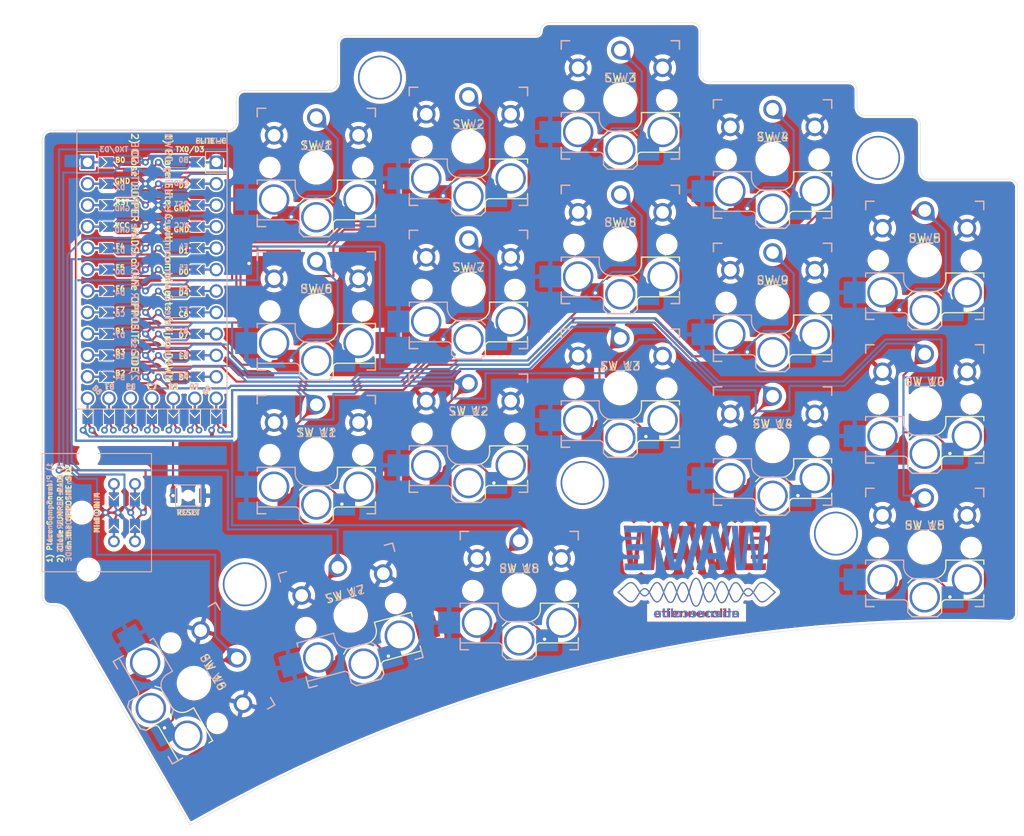
<source format=kicad_pcb>
(kicad_pcb (version 20221018) (generator pcbnew)
  (title_block (title "Wave") (date "2023-09-06") (rev "0.0.1"))
  (layers (0 "F.Cu" signal) (31 "B.Cu" signal) (34 "B.Paste" user) (35 "F.Paste" user) (36 "B.SilkS" user "B.Silkscreen") (37 "F.SilkS" user "F.Silkscreen") (38 "B.Mask" user) (39 "F.Mask" user) (44 "Edge.Cuts" user))
  (net 0 "")
  (net 1 "vcc")
  (net 2 "gnd")
  (net 3 "reset")
  (net 4 "Switch5")
  (net 5 "Switch4")
  (net 6 "Switch3")
  (net 7 "Switch2")
  (net 8 "Switch1")
  (net 9 "Switch9")
  (net 10 "Switch8")
  (net 11 "Switch7")
  (net 12 "Switch6")
  (net 13 "Switch17")
  (net 14 "Switch18")
  (net 15 "Switch11")
  (net 16 "Switch12")
  (net 17 "Switch13")
  (net 18 "Switch14")
  (net 19 "Switch15")
  (net 20 "Switch10")
  (net 23 "Switch16")
  (net 27 "data")
  (footprint "custom:Kailh_socket_PG1350_1.00u_optional_millmax_reversible" (layer "F.Cu") (at 63.472 73.6448 180)
    (fp_text reference "SW_11")
    (fp_text value "SW_Push")
  )
  (footprint "custom:Kailh_socket_PG1350_1.00u_optional_millmax_reversible" (layer "F.Cu") (at 81.486 54.0868 180)
    (fp_text reference "SW_7")
    (fp_text value "SW_Push")
  )
  (footprint "custom:Kailh_socket_PG1350_1.00u_optional_millmax_reversible" (layer "F.Cu") (at 99.474 65.7708 180)
    (fp_text reference "SW_13")
    (fp_text value "SW_Push")
  )
  (footprint "custom:Kailh_socket_PG1350_1.00u_optional_millmax_reversible" (layer "F.Cu") (at 117.5 72.6288 180)
    (fp_text reference "SW_14")
    (fp_text value "SW_Push")
  )
  (footprint "custom:Kailh_socket_PG1350_1.00u_optional_millmax_reversible" (layer "F.Cu") (at 63.472 39.6368 180)
    (fp_text reference "SW_1")
    (fp_text value "SW_Push")
  )
  (footprint "custom:Kailh_socket_PG1350_1.00u_optional_millmax_reversible" (layer "F.Cu") (at 81.486 37.1368 180)
    (fp_text reference "SW_2")
    (fp_text value "SW_Push")
  )
  (footprint "custom:Kailh_socket_PG1350_1.00u_optional_millmax_reversible" (layer "F.Cu") (at 135.518 50.6368 180)
    (fp_text reference "SW_5")
    (fp_text value "SW_Push")
  )
  (footprint "custom:Kailh_socket_PG1350_1.00u_optional_millmax_reversible" (layer "F.Cu") (at 81.486 71.1048 180)
    (fp_text reference "SW_12")
    (fp_text value "SW_Push")
  )
  (footprint "custom:Kailh_socket_PG1350_1.00u_optional_millmax_reversible" (layer "F.Cu") (at 99.474 31.6368 180)
    (fp_text reference "SW_3")
    (fp_text value "SW_Push")
  )
  (footprint "custom:Kailh_socket_PG1350_1.00u_optional_millmax_reversible" (layer "F.Cu") (at 135.518 84.6368 180)
    (fp_text reference "SW_15")
    (fp_text value "SW_Push")
  )
  (footprint "custom:Kailh_socket_PG1350_1.00u_optional_millmax_reversible" (layer "F.Cu") (at 63.472 56.6268 180)
    (fp_text reference "SW_6")
    (fp_text value "SW_Push")
  )
  (footprint "custom:Kailh_socket_PG1350_1.00u_optional_millmax_reversible" (layer "F.Cu") (at 117.5 38.6368 180)
    (fp_text reference "SW_4")
    (fp_text value "SW_Push")
  )
  (footprint "custom:Kailh_socket_PG1350_1.00u_optional_millmax_reversible" (layer "F.Cu") (at 117.5 55.6108 180)
    (fp_text reference "SW_9")
    (fp_text value "SW_Push")
  )
  (footprint "custom:Kailh_socket_PG1350_1.00u_optional_millmax_reversible" (layer "F.Cu") (at 67.547961 92.698962 -165)
    (fp_text reference "SW_17")
    (fp_text value "SW_Push")
  )
  (footprint "custom:Kailh_socket_PG1350_1.00u_optional_millmax_reversible" (layer "F.Cu") (at 99.474 48.7528 180)
    (fp_text reference "SW_8")
    (fp_text value "SW_Push")
  )
  (footprint "custom:Kailh_socket_PG1350_1.50u_optional_millmax_reversible" (layer "F.Cu") (at 48.987961 100.709962 120)
    (fp_text reference "SW_16")
    (fp_text value "SW_Push")
  )
  (footprint "custom:Kailh_socket_PG1350_1.00u_optional_millmax_reversible" (layer "F.Cu") (at 135.518 67.6368 180)
    (fp_text reference "SW_10")
    (fp_text value "SW_Push")
  )
  (footprint "custom:Würth_Elektronik_970060244_M2_spacer_hole_pad" (layer "F.Cu") (at 125 83)
    (fp_text reference "H_3")
    (fp_text value "Hole")
  )
  (footprint "custom:AdamTech_MDJ-004-FS_reversible" (layer "F.Cu") (at 36.5 80.516 90)
    (fp_text reference "J_1" hide)
    (fp_text value "MiniDIN4")
  )
  (footprint "custom:Kailh_socket_PG1350_1.00u_optional_millmax_reversible" (layer "F.Cu") (at 87.5 89.739711 180)
    (fp_text reference "SW_18")
    (fp_text value "SW_Push")
  )
  (footprint "custom:Würth_Elektronik_970060244_M2_spacer_hole_pad" (layer "F.Cu") (at 55 89)
    (fp_text reference "H_1")
    (fp_text value "Hole")
  )
  (footprint "custom:Würth_Elektronik_970060244_M2_spacer_hole_pad" (layer "F.Cu") (at 95 77)
    (fp_text reference "H_2")
    (fp_text value "Hole")
  )
  (footprint "custom:logo_username" (layer "F.Cu") (at 108.5 92.5)
    (fp_text reference "name" hide)
    (fp_text value "logo_username" hide)
  )
  (footprint "custom:Elite-C-upsideDown_reversible" (layer "F.Cu") (at 44 53 -90)
    (fp_text reference "U_1" hide)
    (fp_text value "Elite-C")
  )
  (footprint "custom:logo_wave" (layer "F.Cu") (at 108.5 87.5)
    (fp_text reference "LOGO***" hide)
    (fp_text value "logo_wave_back" hide)
  )
  (footprint "custom:Würth_Elektronik_970060244_M2_spacer_hole_pad" (layer "F.Cu") (at 130 38.5)
    (fp_text reference "H_5")
    (fp_text value "Hole")
  )
  (footprint "custom:Omron_B3U-1000P-B_reversible" (layer "F.Cu") (at 48.3 78.5 180)
    (fp_text reference "RSW_1" hide)
    (fp_text value "SW_Push")
  )
  (footprint "custom:Würth_Elektronik_970060244_M2_spacer_hole_pad" (layer "F.Cu") (at 71 29)
    (fp_text reference "H_4")
    (fp_text value "Hole")
  )
  (gr_arc (start 90 23.5) (mid 89.853553 23.853553) (end 89.5 24) (stroke (width 0.05)) (layer "Edge.Cuts"))
  (gr_arc (start 145.5 41) (mid 146.207107 41.292893) (end 146.5 42) (stroke (width 0.05)) (layer "Edge.Cuts"))
  (gr_arc (start 32.5 91.5) (mid 33.28 91.69) (end 33.9 92.2) (stroke (width 0.05)) (layer "Edge.Cuts"))
  (gr_line (start 32 35.22) (end 53 35.22) (stroke (width 0.05)) (layer "Edge.Cuts"))
  (gr_line (start 91 22.5) (end 108 22.5) (stroke (width 0.05)) (layer "Edge.Cuts"))
  (gr_line (start 136 41) (end 145.5 41) (stroke (width 0.05)) (layer "Edge.Cuts"))
  (gr_line (start 67 24) (end 89.5 24) (stroke (width 0.05)) (layer "Edge.Cuts"))
  (gr_arc (start 48.5 117.5) (mid 95.337204 98.779534) (end 145.5 93.5) (stroke (width 0.05)) (layer "Edge.Cuts"))
  (gr_line (start 127.5 32.5) (end 127.5 30.5) (stroke (width 0.05)) (layer "Edge.Cuts"))
  (gr_arc (start 90 23.5) (mid 90.292893 22.792893) (end 91 22.5) (stroke (width 0.05)) (layer "Edge.Cuts"))
  (gr_arc (start 32 91.5) (mid 31.292893 91.207107) (end 31 90.5) (stroke (width 0.05)) (layer "Edge.Cuts"))
  (gr_line (start 66 29.5) (end 66 25) (stroke (width 0.05)) (layer "Edge.Cuts"))
  (gr_arc (start 66 25) (mid 66.292893 24.292893) (end 67 24) (stroke (width 0.05)) (layer "Edge.Cuts"))
  (gr_line (start 146.5 42) (end 146.5 92.5) (stroke (width 0.05)) (layer "Edge.Cuts"))
  (gr_arc (start 128.5 33.5) (mid 127.792893 33.207107) (end 127.5 32.5) (stroke (width 0.05)) (layer "Edge.Cuts"))
  (gr_line (start 54 31.5) (end 54 34.22) (stroke (width 0.05)) (layer "Edge.Cuts"))
  (gr_arc (start 146.5 92.5) (mid 146.207107 93.207107) (end 145.5 93.5) (stroke (width 0.05)) (layer "Edge.Cuts"))
  (gr_arc (start 110 29.5) (mid 109.292893 29.207107) (end 109 28.5) (stroke (width 0.05)) (layer "Edge.Cuts"))
  (gr_line (start 32 91.5) (end 32.5 91.5) (stroke (width 0.05)) (layer "Edge.Cuts"))
  (gr_line (start 134.999999 34.500001) (end 135 40) (stroke (width 0.05)) (layer "Edge.Cuts"))
  (gr_arc (start 126.5 29.5) (mid 127.207107 29.792893) (end 127.5 30.5) (stroke (width 0.05)) (layer "Edge.Cuts"))
  (gr_line (start 109 23.5) (end 109 28.5) (stroke (width 0.05)) (layer "Edge.Cuts"))
  (gr_line (start 55 30.5) (end 65 30.5) (stroke (width 0.05)) (layer "Edge.Cuts"))
  (gr_line (start 31 90.5) (end 31 36.22) (stroke (width 0.05)) (layer "Edge.Cuts"))
  (gr_arc (start 108 22.5) (mid 108.707107 22.792893) (end 109 23.5) (stroke (width 0.05)) (layer "Edge.Cuts"))
  (gr_arc (start 54 31.5) (mid 54.292893 30.792893) (end 55 30.5) (stroke (width 0.05)) (layer "Edge.Cuts"))
  (gr_line (start 128.499999 33.500001) (end 133.999999 33.500001) (stroke (width 0.05)) (layer "Edge.Cuts"))
  (gr_arc (start 66 29.5) (mid 65.707107 30.207107) (end 65 30.5) (stroke (width 0.05)) (layer "Edge.Cuts"))
  (gr_arc (start 133.999999 33.500001) (mid 134.707106 33.792894) (end 134.999999 34.500001) (stroke (width 0.05)) (layer "Edge.Cuts"))
  (gr_line (start 33.9 92.2) (end 48.5 117.5) (stroke (width 0.05)) (layer "Edge.Cuts"))
  (gr_arc (start 54 34.22) (mid 53.707107 34.927107) (end 53 35.22) (stroke (width 0.05)) (layer "Edge.Cuts"))
  (gr_arc (start 31 36.22) (mid 31.292893 35.512893) (end 32 35.22) (stroke (width 0.05)) (layer "Edge.Cuts"))
  (gr_arc (start 136 41) (mid 135.292893 40.707107) (end 135 40) (stroke (width 0.05)) (layer "Edge.Cuts"))
  (gr_line (start 110 29.5) (end 126.5 29.5) (stroke (width 0.05)) (layer "Edge.Cuts"))
  (segment (start 34 49.979009) (end 36.001009 47.978) (width 0.25) (layer "B.Cu") (net 1))
  (segment (start 41.91 47.978) (end 43.238 46.65) (width 0.25) (layer "B.Cu") (net 1))
  (segment (start 36.001009 47.978) (end 41.91 47.978) (width 0.25) (layer "B.Cu") (net 1))
  (segment (start 40.75 76) (end 35.363604 76) (width 0.25) (layer "B.Cu") (net 1))
  (segment (start 40.75 79.766) (end 40.75 76) (width 0.25) (layer "B.Cu") (net 1))
  (segment (start 41.5 80.516) (end 40.75 79.766) (width 0.25) (layer "B.Cu") (net 1))
  (segment (start 35.363604 76) (end 34 74.636396) (width 0.25) (layer "B.Cu") (net 1))
  (segment (start 34 74.636396) (end 34 49.979009) (width 0.25) (layer "B.Cu") (net 1))
  (segment (start 38.5 80.516) (end 40 80.516) (width 0.25) (layer "F.Cu") (net 2))
  (via (at 55.5 51) (size 0.8) (drill 0.4) (layers "F.Cu" "B.Cu") (net 2))
  (segment (start 48.6 45.4) (end 47.35 46.65) (width 0.25) (layer "B.Cu") (net 2))
  (segment (start 55.5 51) (end 55.5 46) (width 0.25) (layer "B.Cu") (net 2))
  (segment (start 55.5 46) (end 53 46) (width 0.25) (layer "B.Cu") (net 2))
  (segment (start 53 46) (end 53 45.4) (width 0.25) (layer "B.Cu") (net 2))
  (segment (start 47.258 44.11) (end 48.568 42.8) (width 0.25) (layer "B.Cu") (net 2))
  (segment (start 47.35 46.65) (end 44.762 46.65) (width 0.25) (layer "B.Cu") (net 2))
  (segment (start 48.568 42.8) (end 53 42.8) (width 0.25) (layer "B.Cu") (net 2))
  (segment (start 44.762 44.11) (end 47.258 44.11) (width 0.25) (layer "B.Cu") (net 2))
  (segment (start 53 42.8) (end 53 45.4) (width 0.25) (layer "B.Cu") (net 2))
  (segment (start 53 45.4) (end 48.6 45.4) (width 0.25) (layer "B.Cu") (net 2))
  (segment (start 42.113 42.985) (end 43.238 44.11) (width 0.25) (layer "F.Cu") (net 3))
  (segment (start 46.5 72) (end 35 72) (width 0.25) (layer "F.Cu") (net 3))
  (segment (start 46.5 78.5) (end 46.5 72) (width 0.25) (layer "F.Cu") (net 3))
  (segment (start 35 72) (end 35 43) (width 0.25) (layer "F.Cu") (net 3))
  (segment (start 35 43) (end 35.015 42.985) (width 0.25) (layer "F.Cu") (net 3))
  (segment (start 35.015 42.985) (end 42.113 42.985) (width 0.25) (layer "F.Cu") (net 3))
  (via (at 46.5 78.5) (size 0.8) (drill 0.4) (layers "F.Cu" "B.Cu") (net 3))
  (segment (start 54.5 49.5) (end 54.5 58) (width 0.25) (layer "F.Cu") (net 4))
  (segment (start 61.5 49.5) (end 54.5 49.5) (width 0.25) (layer "F.Cu") (net 4))
  (segment (start 75.636396 47.5) (end 66.909188 47.5) (width 0.25) (layer "F.Cu") (net 4))
  (segment (start 76.686396 46.45) (end 75.636396 47.5) (width 0.25) (layer "F.Cu") (net 4))
  (segment (start 54.5 58) (end 45.952 58) (width 0.25) (layer "F.Cu") (net 4))
  (segment (start 135.2548 45) (end 123 45) (width 0.25) (layer "F.Cu") (net 4))
  (segment (start 45.952 58) (end 44.762 56.81) (width 0.25) (layer "F.Cu") (net 4))
  (segment (start 65.5 52.5) (end 61.5 52.5) (width 0.25) (layer "F.Cu") (net 4))
  (segment (start 123 45) (end 121 47) (width 0.25) (layer "F.Cu") (net 4))
  (segment (start 66.909188 47.5) (end 65.5 48.909188) (width 0.25) (layer "F.Cu") (net 4))
  (segment (start 94.245592 41) (end 88.795592 46.45) (width 0.25) (layer "F.Cu") (net 4))
  (segment (start 103.863604 41) (end 94.245592 41) (width 0.25) (layer "F.Cu") (net 4))
  (segment (start 61.5 52.5) (end 61.5 49.5) (width 0.25) (layer "F.Cu") (net 4))
  (segment (start 65.5 48.909188) (end 65.5 52.5) (width 0.25) (layer "F.Cu") (net 4))
  (segment (start 109.863604 47) (end 103.863604 41) (width 0.25) (layer "F.Cu") (net 4))
  (segment (start 121 47) (end 109.863604 47) (width 0.25) (layer "F.Cu") (net 4))
  (segment (start 88.795592 46.45) (end 76.686396 46.45) (width 0.25) (layer "F.Cu") (net 4))
  (via (at 132.5 56.5) (size 0.8) (drill 0.4) (layers "F.Cu" "B.Cu") (net 4))
  (segment (start 132.5 56.5) (end 132.5 56) (width 0.25) (layer "B.Cu") (net 4))
  (segment (start 138 55.7938) (end 138 47.2188) (width 0.25) (layer "B.Cu") (net 4))
  (segment (start 134.5 54) (end 138 54) (width 0.25) (layer "B.Cu") (net 4))
  (segment (start 132.5 56) (end 134.5 54) (width 0.25) (layer "B.Cu") (net 4))
  (segment (start 138 47.2188) (end 135.518 44.7368) (width 0.25) (layer "B.Cu") (net 4))
  (segment (start 108.5 45) (end 104 40.5) (width 0.25) (layer "F.Cu") (net 5))
  (segment (start 66.772792 47) (end 64.772792 49) (width 0.25) (layer "F.Cu") (net 5))
  (segment (start 54 49) (end 54 55.5) (width 0.25) (layer "F.Cu") (net 5))
  (segment (start 114 45) (end 108.5 45) (width 0.25) (layer "F.Cu") (net 5))
  (segment (start 88.609196 46) (end 76.5 46) (width 0.25) (layer "F.Cu") (net 5))
  (segment (start 54 55.5) (end 45.992 55.5) (width 0.25) (layer "F.Cu") (net 5))
  (segment (start 94.109196 40.5) (end 88.609196 46) (width 0.25) (layer "F.Cu") (net 5))
  (segment (start 104 40.5) (end 94.109196 40.5) (width 0.25) (layer "F.Cu") (net 5))
  (segment (start 75.5 47) (end 66.772792 47) (width 0.25) (layer "F.Cu") (net 5))
  (segment (start 45.992 55.5) (end 44.762 54.27) (width 0.25) (layer "F.Cu") (net 5))
  (segment (start 64.772792 49) (end 54 49) (width 0.25) (layer "F.Cu") (net 5))
  (segment (start 76.5 46) (end 75.5 47) (width 0.25) (layer "F.Cu") (net 5))
  (via (at 114.5 44.5) (size 0.8) (drill 0.4) (layers "F.Cu" "B.Cu") (net 5))
  (segment (start 116.5 42) (end 120 42) (width 0.25) (layer "B.Cu") (net 5))
  (segment (start 114.5 44.5) (end 114.5 44) (width 0.25) (layer "B.Cu") (net 5))
  (segment (start 120 35.2368) (end 117.5 32.7368) (width 0.25) (layer "B.Cu") (net 5))
  (segment (start 120 42) (end 120 35.2368) (width 0.25) (layer "B.Cu") (net 5))
  (segment (start 114.5 44) (end 116.5 42) (width 0.25) (layer "B.Cu") (net 5))
  (segment (start 120 43.8118) (end 120 42) (width 0.25) (layer "B.Cu") (net 5))
  (segment (start 76.359196 45.5) (end 75.359196 46.5) (width 0.25) (layer "F.Cu") (net 6))
  (segment (start 64.636396 48.5) (end 53.5 48.5) (width 0.25) (layer "F.Cu") (net 6))
  (segment (start 75.359196 46.5) (end 66.636396 46.5) (width 0.25) (layer "F.Cu") (net 6))
  (segment (start 66.636396 46.5) (end 64.636396 48.5) (width 0.25) (layer "F.Cu") (net 6))
  (segment (start 88.4728 45.5) (end 76.359196 45.5) (width 0.25) (layer "F.Cu") (net 6))
  (segment (start 96.174 37.7988) (end 88.4728 45.5) (width 0.25) (layer "F.Cu") (net 6))
  (segment (start 46.032 53) (end 53.5 53) (width 0.25) (layer "F.Cu") (net 6))
  (segment (start 44.762 51.73) (end 46.032 53) (width 0.25) (layer "F.Cu") (net 6))
  (segment (start 53.5 48.5) (end 53.5 53) (width 0.25) (layer "F.Cu") (net 6))
  (via (at 96.5 37.5) (size 0.8) (drill 0.4) (layers "F.Cu" "B.Cu") (net 6))
  (segment (start 102 28.2628) (end 102 36.8378) (width 0.25) (layer "B.Cu") (net 6))
  (segment (start 96.5 37) (end 98.5 35) (width 0.25) (layer "B.Cu") (net 6))
  (segment (start 99.474 25.7368) (end 102 28.2628) (width 0.25) (layer "B.Cu") (net 6))
  (segment (start 98.5 35) (end 102 35) (width 0.25) (layer "B.Cu") (net 6))
  (segment (start 96.5 37.5) (end 96.5 37) (width 0.25) (layer "B.Cu") (net 6))
  (segment (start 64.5 48) (end 66.5 46) (width 0.25) (layer "F.Cu") (net 7))
  (segment (start 66.5 46) (end 75.2228 46) (width 0.25) (layer "F.Cu") (net 7))
  (segment (start 44.762 49.19) (end 46.072 50.5) (width 0.25) (layer "F.Cu") (net 7))
  (segment (start 53 48) (end 64.5 48) (width 0.25) (layer "F.Cu") (net 7))
  (segment (start 75.2228 46) (end 78.186 43.0368) (width 0.25) (layer "F.Cu") (net 7))
  (segment (start 46.072 50.5) (end 53 50.5) (width 0.25) (layer "F.Cu") (net 7))
  (segment (start 53 50.5) (end 53 48) (width 0.25) (layer "F.Cu") (net 7))
  (via (at 78.5 43) (size 0.8) (drill 0.4) (layers "F.Cu" "B.Cu") (net 7))
  (segment (start 80.5 40.5) (end 84 40.5) (width 0.25) (layer "B.Cu") (net 7))
  (segment (start 81.486 31.2368) (end 84 33.7508) (width 0.25) (layer "B.Cu") (net 7))
  (segment (start 78.5 43) (end 78.5 42.5) (width 0.25) (layer "B.Cu") (net 7))
  (segment (start 84 33.7508) (end 84 40.5) (width 0.25) (layer "B.Cu") (net 7))
  (segment (start 78.5 42.5) (end 80.5 40.5) (width 0.25) (layer "B.Cu") (net 7))
  (segment (start 84 40.5) (end 84 42.3258) (width 0.25) (layer "B.Cu") (net 7))
  (segment (start 45.982 40.25) (end 53 40.25) (width 0.25) (layer "F.Cu") (net 8))
  (segment (start 44.762 39.03) (end 45.982 40.25) (width 0.25) (layer "F.Cu") (net 8))
  (segment (start 53 40.25) (end 53 46) (width 0.25) (layer "F.Cu") (net 8))
  (segment (start 53 46) (end 60 46) (width 0.25) (layer "F.Cu") (net 8))
  (via (at 60.5 45.5) (size 0.8) (drill 0.4) (layers "F.Cu" "B.Cu") (net 8))
  (segment (start 66 36.2648) (end 66 43) (width 0.25) (layer "B.Cu") (net 8))
  (segment (start 66 43) (end 66 44.8398) (width 0.25) (layer "B.Cu") (net 8))
  (segment (start 60.5 45) (end 62.5 43) (width 0.25) (layer "B.Cu") (net 8))
  (segment (start 60.5 45.5) (end 60.5 45) (width 0.25) (layer "B.Cu") (net 8))
  (segment (start 62.5 43) (end 66 43) (width 0.25) (layer "B.Cu") (net 8))
  (segment (start 63.472 33.7368) (end 66 36.2648) (width 0.25) (layer "B.Cu") (net 8))
  (segment (start 94.136396 57.5) (end 88.636396 63) (width 0.25) (layer "F.Cu") (net 9))
  (segment (start 76.772792 63) (end 73.772792 66) (width 0.25) (layer "F.Cu") (net 9))
  (segment (start 114 62) (end 108 62) (width 0.25) (layer "F.Cu") (net 9))
  (segment (start 88.636396 63) (end 76.772792 63) (width 0.25) (layer "F.Cu") (net 9))
  (segment (start 53.5 66) (end 53.5 71.5) (width 0.25) (layer "F.Cu") (net 9))
  (segment (start 51 71.5) (end 51 70.824) (width 0.25) (layer "F.Cu") (net 9))
  (segment (start 103.5 57.5) (end 94.136396 57.5) (width 0.25) (layer "F.Cu") (net 9))
  (segment (start 36.89 70.75) (end 37.64 71.5) (width 0.25) (layer "F.Cu") (net 9))
  (segment (start 37.64 71.5) (end 51 71.5) (width 0.25) (layer "F.Cu") (net 9))
  (segment (start 73.772792 66) (end 53.5 66) (width 0.25) (layer "F.Cu") (net 9))
  (segment (start 108 62) (end 103.5 57.5) (width 0.25) (layer "F.Cu") (net 9))
  (segment (start 53.5 71.5) (end 51 71.5) (width 0.25) (layer "F.Cu") (net 9))
  (via (at 114.5 61.5) (size 0.8) (drill 0.4) (layers "F.Cu" "B.Cu") (net 9))
  (segment (start 114.5 61.5) (end 114.5 61) (width 0.25) (layer "B.Cu") (net 9))
  (segment (start 116.5 59) (end 120 59) (width 0.25) (layer "B.Cu") (net 9))
  (segment (start 120 59) (end 120 52.2108) (width 0.25) (layer "B.Cu") (net 9))
  (segment (start 114.5 61) (end 116.5 59) (width 0.25) (layer "B.Cu") (net 9))
  (segment (start 120 60.7108) (end 120 59) (width 0.25) (layer "B.Cu") (net 9))
  (segment (start 120 52.2108) (end 117.5 49.7108) (width 0.25) (layer "B.Cu") (net 9))
  (segment (start 88.5 62.5) (end 76.636396 62.5) (width 0.25) (layer "F.Cu") (net 10))
  (segment (start 96.5 54.5) (end 88.5 62.5) (width 0.25) (layer "F.Cu") (net 10))
  (segment (start 76.636396 62.5) (end 73.636396 65.5) (width 0.25) (layer "F.Cu") (net 10))
  (segment (start 46.132 65.8) (end 44.762 64.43) (width 0.25) (layer "F.Cu") (net 10))
  (segment (start 53.363604 65.5) (end 53.063604 65.8) (width 0.25) (layer "F.Cu") (net 10))
  (segment (start 73.636396 65.5) (end 53.363604 65.5) (width 0.25) (layer "F.Cu") (net 10))
  (segment (start 53.063604 65.8) (end 46.132 65.8) (width 0.25) (layer "F.Cu") (net 10))
  (via (at 96.5 54.5) (size 0.8) (drill 0.4) (layers "F.Cu" "B.Cu") (net 10))
  (segment (start 102 52) (end 102 53.9538) (width 0.25) (layer "B.Cu") (net 10))
  (segment (start 96.5 54) (end 98.5 52) (width 0.25) (layer "B.Cu") (net 10))
  (segment (start 98.5 52) (end 102 52) (width 0.25) (layer "B.Cu") (net 10))
  (segment (start 102 45.3788) (end 102 52) (width 0.25) (layer "B.Cu") (net 10))
  (segment (start 96.5 54.5) (end 96.5 54) (width 0.25) (layer "B.Cu") (net 10))
  (segment (start 99.474 42.8528) (end 102 45.3788) (width 0.25) (layer "B.Cu") (net 10))
  (segment (start 73.5 65) (end 54.015496 65) (width 0.25) (layer "F.Cu") (net 11))
  (segment (start 52.233496 63.218) (end 46.09 63.218) (width 0.25) (layer "F.Cu") (net 11))
  (segment (start 54.015496 65) (end 52.233496 63.218) (width 0.25) (layer "F.Cu") (net 11))
  (segment (start 46.09 63.218) (end 44.762 61.89) (width 0.25) (layer "F.Cu") (net 11))
  (segment (start 78.5 60) (end 73.5 65) (width 0.25) (layer "F.Cu") (net 11))
  (via (at 78.5 60) (size 0.8) (drill 0.4) (layers "F.Cu" "B.Cu") (net 11))
  (segment (start 81.486 48.1868) (end 84 50.7008) (width 0.25) (layer "B.Cu") (net 11))
  (segment (start 78.5 60) (end 78.5 59.483798) (width 0.25) (layer "B.Cu") (net 11))
  (segment (start 80.483798 57.5) (end 84 57.5) (width 0.25) (layer "B.Cu") (net 11))
  (segment (start 84 57.5) (end 84 59.2758) (width 0.25) (layer "B.Cu") (net 11))
  (segment (start 78.5 59.483798) (end 80.483798 57.5) (width 0.25) (layer "B.Cu") (net 11))
  (segment (start 84 50.7008) (end 84 57.5) (width 0.25) (layer "B.Cu") (net 11))
  (segment (start 54.660495 63) (end 52.160495 60.5) (width 0.25) (layer "F.Cu") (net 12))
  (segment (start 52.160495 60.5) (end 45.912 60.5) (width 0.25) (layer "F.Cu") (net 12))
  (segment (start 45.912 60.5) (end 44.762 59.35) (width 0.25) (layer "F.Cu") (net 12))
  (segment (start 59.6988 63) (end 54.660495 63) (width 0.25) (layer "F.Cu") (net 12))
  (via (at 60.5 62.5) (size 0.8) (drill 0.4) (layers "F.Cu" "B.Cu") (net 12))
  (segment (start 60.5 62) (end 62.5 60) (width 0.25) (layer "B.Cu") (net 12))
  (segment (start 66 53.2548) (end 66 60) (width 0.25) (layer "B.Cu") (net 12))
  (segment (start 66 60) (end 66 61.8298) (width 0.25) (layer "B.Cu") (net 12))
  (segment (start 62.5 60) (end 66 60) (width 0.25) (layer "B.Cu") (net 12))
  (segment (start 60.5 62.5) (end 60.5 62) (width 0.25) (layer "B.Cu") (net 12))
  (segment (start 63.472 50.7268) (end 66 53.2548) (width 0.25) (layer "B.Cu") (net 12))
  (segment (start 65 94.055829) (end 65 88.020929) (width 0.25) (layer "F.Cu") (net 13))
  (segment (start 66.5 95.555829) (end 65 94.055829) (width 0.25) (layer "F.Cu") (net 13))
  (segment (start 72 97.5) (end 70.5 96) (width 0.25) (layer "F.Cu") (net 13))
  (segment (start 66.5 98.639465) (end 66.5 96) (width 0.25) (layer "F.Cu") (net 13))
  (segment (start 65 88.020929) (end 66.020929 87) (width 0.25) (layer "F.Cu") (net 13))
  (segment (start 70.5 96) (end 66.5 96) (width 0.25) (layer "F.Cu") (net 13))
  (segment (start 66.5 96) (end 66.5 95.555829) (width 0.25) (layer "F.Cu") (net 13))
  (via (at 72 97.5) (size 0.8) (drill 0.4) (layers "F.Cu" "B.Cu") (net 13))
  (segment (start 35.5 75.5) (end 34.5 74.5) (width 0.25) (layer "B.Cu") (net 13))
  (segment (start 34.5 50.5) (end 41.928 50.5) (width 0.25) (layer "B.Cu") (net 13))
  (segment (start 66 86.979071) (end 66 82.5) (width 0.25) (layer "B.Cu") (net 13))
  (segment (start 34.5 74.5) (end 34.5 50.5) (width 0.25) (layer "B.Cu") (net 13))
  (segment (start 53 75.5) (end 35.5 75.5) (width 0.25) (layer "B.Cu") (net 13))
  (segment (start 41.928 50.5) (end 43.238 49.19) (width 0.25) (layer "B.Cu") (net 13))
  (segment (start 53 82.5) (end 53 75.5) (width 0.25) (layer "B.Cu") (net 13))
  (segment (start 66 82.5) (end 53 82.5) (width 0.25) (layer "B.Cu") (net 13))
  (segment (start 90.5 95.5) (end 90.5 95) (width 0.25) (layer "F.Cu") (net 14))
  (segment (start 85 94.839711) (end 85 86.339711) (width 0.25) (layer "F.Cu") (net 14))
  (segment (start 90.5 95) (end 88.5 93) (width 0.25) (layer "F.Cu") (net 14))
  (segment (start 88.5 93) (end 85 93) (width 0.25) (layer "F.Cu") (net 14))
  (segment (start 85 86.339711) (end 87.5 83.839711) (width 0.25) (layer "F.Cu") (net 14))
  (via (at 90.5 95.5) (size 0.8) (drill 0.4) (layers "F.Cu" "B.Cu") (net 14))
  (segment (start 35 72) (end 35 53) (width 0.25) (layer "B.Cu") (net 14))
  (segment (start 53.5 72) (end 35 72) (width 0.25) (layer "B.Cu") (net 14))
  (segment (start 87.5 82) (end 53.5 82) (width 0.25) (layer "B.Cu") (net 14))
  (segment (start 41.968 53) (end 43.238 51.73) (width 0.25) (layer "B.Cu") (net 14))
  (segment (start 53.5 82) (end 53.5 72) (width 0.25) (layer "B.Cu") (net 14))
  (segment (start 87.5 83.839711) (end 87.5 82) (width 0.25) (layer "B.Cu") (net 14))
  (segment (start 35 53) (end 41.968 53) (width 0.25) (layer "B.Cu") (net 14))
  (segment (start 61 78.7168) (end 61 70.2168) (width 0.25) (layer "F.Cu") (net 15))
  (segment (start 66.5 79.5) (end 66.5 79) (width 0.25) (layer "F.Cu") (net 15))
  (segment (start 61 70.2168) (end 63.472 67.7448) (width 0.25) (layer "F.Cu") (net 15))
  (segment (start 64.5 77) (end 61 77) (width 0.25) (layer "F.Cu") (net 15))
  (segment (start 66.5 79) (end 64.5 77) (width 0.25) (layer "F.Cu") (net 15))
  (via (at 66.5 79.5) (size 0.8) (drill 0.4) (layers "F.Cu" "B.Cu") (net 15))
  (segment (start 43.238 64.43) (end 44.608 65.8) (width 0.25) (layer "B.Cu") (net 15))
  (segment (start 61.2272 65.5) (end 63.472 67.7448) (width 0.25) (layer "B.Cu") (net 15))
  (segment (start 53.363604 65.5) (end 61.2272 65.5) (width 0.25) (layer "B.Cu") (net 15))
  (segment (start 44.608 65.8) (end 53.063604 65.8) (width 0.25) (layer "B.Cu") (net 15))
  (segment (start 53.063604 65.8) (end 53.363604 65.5) (width 0.25) (layer "B.Cu") (net 15))
  (segment (start 84.5 76.5) (end 82.5 74.5) (width 0.25) (layer "F.Cu") (net 16))
  (segment (start 79 74.5) (end 79 67.6908) (width 0.25) (layer "F.Cu") (net 16))
  (segment (start 79 67.6908) (end 81.486 65.2048) (width 0.25) (layer "F.Cu") (net 16))
  (segment (start 84.5 77) (end 84.5 76.5) (width 0.25) (layer "F.Cu") (net 16))
  (segment (start 79 76.1908) (end 79 74.5) (width 0.25) (layer "F.Cu") (net 16))
  (segment (start 82.5 74.5) (end 79 74.5) (width 0.25) (layer "F.Cu") (net 16))
  (via (at 84.5 77) (size 0.8) (drill 0.4) (layers "F.Cu" "B.Cu") (net 16))
  (segment (start 48.5 63.5) (end 48.861204 63.138796) (width 0.25) (layer "B.Cu") (net 16))
  (segment (start 48.861204 63.138796) (end 53.361204 63.138796) (width 0.25) (layer "B.Cu") (net 16))
  (segment (start 68.821592 65) (end 81.2812 65) (width 0.25) (layer "B.Cu") (net 16))
  (segment (start 61.363596 65) (end 62.363596 66) (width 0.25) (layer "B.Cu") (net 16))
  (segment (start 62.363596 66) (end 67.821592 66) (width 0.25) (layer "B.Cu") (net 16))
  (segment (start 55.222408 65) (end 61.363596 65) (width 0.25) (layer "B.Cu") (net 16))
  (segment (start 44.848 63.5) (end 48.5 63.5) (width 0.25) (layer "B.Cu") (net 16))
  (segment (start 43.238 61.89) (end 44.848 63.5) (width 0.25) (layer "B.Cu") (net 16))
  (segment (start 67.821592 66) (end 68.821592 65) (width 0.25) (layer "B.Cu") (net 16))
  (segment (start 53.361204 63.138796) (end 55.222408 65) (width 0.25) (layer "B.Cu") (net 16))
  (segment (start 97 70.8448) (end 97 62.3448) (width 0.25) (layer "F.Cu") (net 17))
  (segment (start 102.5 71) (end 100.5 69) (width 0.25) (layer "F.Cu") (net 17))
  (segment (start 100.5 69) (end 97 69) (width 0.25) (layer "F.Cu") (net 17))
  (segment (start 102.5 71.5) (end 102.5 71) (width 0.25) (layer "F.Cu") (net 17))
  (segment (start 97 62.3448) (end 99.474 59.8708) (width 0.25) (layer "F.Cu") (net 17))
  (via (at 102.5 71.5) (size 0.8) (drill 0.4) (layers "F.Cu" "B.Cu") (net 17))
  (segment (start 98.1032 58.5) (end 99.474 59.8708) (width 0.25) (layer "B.Cu") (net 17))
  (segment (start 53 62.141196) (end 53.808804 62.95) (width 0.25) (layer "B.Cu") (net 17))
  (segment (start 93.75 58.5) (end 98.1032 58.5) (width 0.25) (layer "B.Cu") (net 17))
  (segment (start 62.499992 65.5) (end 67.685196 65.5) (width 0.25) (layer "B.Cu") (net 17))
  (segment (start 48.406198 61) (end 48.806198 60.6) (width 0.25) (layer "B.Cu") (net 17))
  (segment (start 53.808804 62.95) (end 53.813604 62.95) (width 0.25) (layer "B.Cu") (net 17))
  (segment (start 53 60.6) (end 53 62.141196) (width 0.25) (layer "B.Cu") (net 17))
  (segment (start 80.5 63.5) (end 88.75 63.5) (width 0.25) (layer "B.Cu") (net 17))
  (segment (start 55.363604 64.5) (end 61.499992 64.5) (width 0.25) (layer "B.Cu") (net 17))
  (segment (start 88.75 63.5) (end 93.75 58.5) (width 0.25) (layer "B.Cu") (net 17))
  (segment (start 44.888 61) (end 48.406198 61) (width 0.25) (layer "B.Cu") (net 17))
  (segment (start 53.813604 62.95) (end 55.363604 64.5) (width 0.25) (layer "B.Cu") (net 17))
  (segment (start 43.238 59.35) (end 44.888 61) (width 0.25) (layer "B.Cu") (net 17))
  (segment (start 68.685196 64.5) (end 79.5 64.5) (width 0.25) (layer "B.Cu") (net 17))
  (segment (start 67.685196 65.5) (end 68.685196 64.5) (width 0.25) (layer "B.Cu") (net 17))
  (segment (start 79.5 64.5) (end 80.5 63.5) (width 0.25) (layer "B.Cu") (net 17))
  (segment (start 48.806198 60.6) (end 53 60.6) (width 0.25) (layer "B.Cu") (net 17))
  (segment (start 61.499992 64.5) (end 62.499992 65.5) (width 0.25) (layer "B.Cu") (net 17))
  (segment (start 115 77.7288) (end 115 76) (width 0.25) (layer "F.Cu") (net 18))
  (segment (start 115 69.2288) (end 117.5 66.7288) (width 0.25) (layer "F.Cu") (net 18))
  (segment (start 118.5 76) (end 120.5 78) (width 0.25) (layer "F.Cu") (net 18))
  (segment (start 115 76) (end 115 69.2288) (width 0.25) (layer "F.Cu") (net 18))
  (segment (start 115 76) (end 118.5 76) (width 0.25) (layer "F.Cu") (net 18))
  (segment (start 120.5 78) (end 120.5 78.5) (width 0.25) (layer "F.Cu") (net 18))
  (via (at 120.5 78.5) (size 0.8) (drill 0.4) (layers "F.Cu" "B.Cu") (net 18))
  (segment (start 103.5 58) (end 93.613604 58) (width 0.25) (layer "B.Cu") (net 18))
  (segment (start 80.363604 63) (end 79.363604 64) (width 0.25) (layer "B.Cu") (net 18))
  (segment (start 117.2712 66.5) (end 116.2712 65.5) (width 0.25) (layer "B.Cu") (net 18))
  (segment (start 55.5 64) (end 54 62.5) (width 0.25) (layer "B.Cu") (net 18))
  (segment (start 53.9952 62.5) (end 53.5 62.0048) (width 0.25) (layer "B.Cu") (net 18))
  (segment (start 54 62.5) (end 53.9952 62.5) (width 0.25) (layer "B.Cu") (net 18))
  (segment (start 44.928 58.5) (end 43.238 56.81) (width 0.25) (layer "B.Cu") (net 18))
  (segment (start 88.613604 63) (end 80.363604 63) (width 0.25) (layer "B.Cu") (net 18))
  (segment (start 68.5488 64) (end 67.5488 65) (width 0.25) (layer "B.Cu") (net 18))
  (segment (start 67.5488 65) (end 62.636388 65) (width 0.25) (layer "B.Cu") (net 18))
  (segment (start 111 65.5) (end 103.5 58) (width 0.25) (layer "B.Cu") (net 18))
  (segment (start 116.2712 65.5) (end 111 65.5) (width 0.25) (layer "B.Cu") (net 18))
  (segment (start 53.5 62.0048) (end 53.5 58) (width 0.25) (layer "B.Cu") (net 18))
  (segment (start 61.636388 64) (end 55.5 64) (width 0.25) (layer "B.Cu") (net 18))
  (segment (start 48.824 58) (end 48.324 58.5) (width 0.25) (layer "B.Cu") (net 18))
  (segment (start 93.613604 58) (end 88.613604 63) (width 0.25) (layer "B.Cu") (net 18))
  (segment (start 48.324 58.5) (end 44.928 58.5) (width 0.25) (layer "B.Cu") (net 18))
  (segment (start 62.636388 65) (end 61.636388 64) (width 0.25) (layer "B.Cu") (net 18))
  (segment (start 53.5 58) (end 48.824 58) (width 0.25) (layer "B.Cu") (net 18))
  (segment (start 79.363604 64) (end 68.5488 64) (width 0.25) (layer "B.Cu") (net 18))
  (segment (start 133 81.2548) (end 135.518 78.7368) (width 0.25) (layer "F.Cu") (net 19))
  (segment (start 133 89.7548) (end 133 88) (width 0.25) (layer "F.Cu") (net 19))
  (segment (start 133 88) (end 133 81.2548) (width 0.25) (layer "F.Cu") (net 19))
  (segment (start 136.625 88) (end 133 88) (width 0.25) (layer "F.Cu") (net 19))
  (segment (start 138.5 90.5) (end 138.5 89.875) (width 0.25) (layer "F.Cu") (net 19))
  (segment (start 138.5 89.875) (end 136.625 88) (width 0.25) (layer "F.Cu") (net 19))
  (via (at 138.5 90.5) (size 0.8) (drill 0.4) (layers "F.Cu" "B.Cu") (net 19))
  (segment (start 88.477208 62.5) (end 93.477208 57.5) (width 0.25) (layer "B.Cu") (net 19))
  (segment (start 79.227208 63.5) (end 80.227208 62.5) (width 0.25) (layer "B.Cu") (net 19))
  (segment (start 48.412 53) (end 56.5 53) (width 0.25) (layer "B.Cu") (net 19))
  (segment (start 80.227208 62.5) (end 88.477208 62.5) (width 0.25) (layer "B.Cu") (net 19))
  (segment (start 137.5 60) (end 137.5 64.5) (width 0.25) (layer "B.Cu") (net 19))
  (segment (start 47.912 53.5) (end 48.412 53) (width 0.25) (layer "B.Cu") (net 19))
  (segment (start 56.5 49) (end 71 49) (width 0.25) (layer "B.Cu") (net 19))
  (segment (start 130.863604 60) (end 137.5 60) (width 0.25) (layer "B.Cu") (net 19))
  (segment (start 71 63.5) (end 79.227208 63.5) (width 0.25) (layer "B.Cu") (net 19))
  (segment (start 44.008 53.5) (end 47.912 53.5) (width 0.25) (layer "B.Cu") (net 19))
  (segment (start 43.238 54.27) (end 44.008 53.5) (width 0.25) (layer "B.Cu") (net 19))
  (segment (start 133 64.5) (end 133 78.5) (width 0.25) (layer "B.Cu") (net 19))
  (segment (start 71 49) (end 71 63.5) (width 0.25) (layer "B.Cu") (net 19))
  (segment (start 125.863604 65) (end 130.863604 60) (width 0.25) (layer "B.Cu") (net 19))
  (segment (start 137.5 64.5) (end 133 64.5) (width 0.25) (layer "B.Cu") (net 19))
  (segment (start 133 78.5) (end 135.2812 78.5) (width 0.25) (layer "B.Cu") (net 19))
  (segment (start 93.477208 57.5) (end 103.636396 57.5) (width 0.25) (layer "B.Cu") (net 19))
  (segment (start 111.136396 65) (end 125.863604 65) (width 0.25) (layer "B.Cu") (net 19))
  (segment (start 103.636396 57.5) (end 111.136396 65) (width 0.25) (layer "B.Cu") (net 19))
  (segment (start 56.5 53) (end 56.5 49) (width 0.25) (layer "B.Cu") (net 19))
  (segment (start 133 64.2548) (end 135.518 61.7368) (width 0.25) (layer "F.Cu") (net 20))
  (segment (start 133 72.7548) (end 133 71) (width 0.25) (layer "F.Cu") (net 20))
  (segment (start 136.5 71) (end 133 71) (width 0.25) (layer "F.Cu") (net 20))
  (segment (start 138.5 73.5) (end 138.5 73) (width 0.25) (layer "F.Cu") (net 20))
  (segment (start 133 71) (end 133 64.2548) (width 0.25) (layer "F.Cu") (net 20))
  (segment (start 138.5 73) (end 136.5 71) (width 0.25) (layer "F.Cu") (net 20))
  (via (at 138.5 73.5) (size 0.8) (drill 0.4) (layers "F.Cu" "B.Cu") (net 20))
  (segment (start 68.957988 65.5) (end 68.007988 66.45) (width 0.25) (layer "B.Cu") (net 20))
  (segment (start 79.5 65.5) (end 68.957988 65.5) (width 0.25) (layer "B.Cu") (net 20))
  (segment (start 131 60.5) (end 126 65.5) (width 0.25) (layer "B.Cu") (net 20))
  (segment (start 36.6 71.5) (end 35.85 70.75) (width 0.25) (layer "B.Cu") (net 20))
  (segment (start 97.680027 64) (end 83.5 64) (width 0.25) (layer "B.Cu") (net 20))
  (segment (start 53.5 71) (end 52.38 71) (width 0.25) (layer "B.Cu") (net 20))
  (segment (start 126 65.5) (end 119.5 65.5) (width 0.25) (layer "B.Cu") (net 20))
  (segment (start 134.2812 60.5) (end 131 60.5) (width 0.25) (layer "B.Cu") (net 20))
  (segment (start 119.5 65.5) (end 119.5 68.5) (width 0.25) (layer "B.Cu") (net 20))
  (segment (start 65.5 66.45) (end 65.5 69.5) (width 0.25) (layer "B.Cu") (net 20))
  (segment (start 65.5 69.5) (end 61.6 69.5) (width 0.25) (layer "B.Cu") (net 20))
  (segment (start 52.38 71) (end 52.13 70.75) (width 0.25) (layer "B.Cu") (net 20))
  (segment (start 53.5 66) (end 53.5 71.5) (width 0.25) (layer "B.Cu") (net 20))
  (segment (start 115.5 68.5) (end 115.5 66) (width 0.25) (layer "B.Cu") (net 20))
  (segment (start 101.680027 60) (end 97.680027 64) (width 0.25) (layer "B.Cu") (net 20))
  (segment (start 110.863604 66) (end 104.863604 60) (width 0.25) (layer "B.Cu") (net 20))
  (segment (start 135.518 61.7368) (end 134.2812 60.5) (width 0.25) (layer "B.Cu") (net 20))
  (segment (start 61.6 66.509196) (end 61.090804 66) (width 0.25) (layer "B.Cu") (net 20))
  (segment (start 119.5 68.5) (end 115.5 68.5) (width 0.25) (layer "B.Cu") (net 20))
  (segment (start 115.5 66) (end 110.863604 66) (width 0.25) (layer "B.Cu") (net 20))
  (segment (start 68.007988 66.45) (end 65.5 66.45) (width 0.25) (layer "B.Cu") (net 20))
  (segment (start 79.5 67) (end 79.5 65.5) (width 0.25) (layer "B.Cu") (net 20))
  (segment (start 61.090804 66) (end 53.5 66) (width 0.25) (layer "B.Cu") (net 20))
  (segment (start 83.5 64) (end 83.5 67) (width 0.25) (layer "B.Cu") (net 20))
  (segment (start 53.5 71.5) (end 36.6 71.5) (width 0.25) (layer "B.Cu") (net 20))
  (segment (start 83.5 67) (end 79.5 67) (width 0.25) (layer "B.Cu") (net 20))
  (segment (start 61.6 69.5) (end 61.6 66.509196) (width 0.25) (layer "B.Cu") (net 20))
  (segment (start 104.863604 60) (end 101.680027 60) (width 0.25) (layer "B.Cu") (net 20))
  (segment (start 45 101) (end 45.5 100.5) (width 0.25) (layer "F.Cu") (net 23))
  (segment (start 46.5 101.5) (end 45.5 100.5) (width 0.25) (layer "F.Cu") (net 23))
  (segment (start 48 98) (end 53.857473 98) (width 0.25) (layer "F.Cu") (net 23))
  (segment (start 42.426333 101) (end 45 101) (width 0.25) (layer "F.Cu") (net 23))
  (segment (start 45.5 100.5) (end 48 98) (width 0.25) (layer "F.Cu") (net 23))
  (segment (start 45.5 106) (end 46.5 105) (width 0.25) (layer "F.Cu") (net 23))
  (segment (start 46.5 105) (end 46.5 101.5) (width 0.25) (layer "F.Cu") (net 23))
  (via (at 45.5 106) (size 0.8) (drill 0.4) (layers "F.Cu" "B.Cu") (net 23))
  (segment (start 51.5 95.162451) (end 54 97.662451) (width 0.25) (layer "B.Cu") (net 23))
  (segment (start 37.5 76.5) (end 37.5 85.5) (width 0.25) (layer "B.Cu") (net 23))
  (segment (start 35.227208 76.5) (end 37.5 76.5) (width 0.25) (layer "B.Cu") (net 23))
  (segment (start 37.5 85.5) (end 51.5 85.5) (width 0.25) (layer "B.Cu") (net 23))
  (segment (start 51.5 85.5) (end 51.5 95.162451) (width 0.25) (layer "B.Cu") (net 23))
  (segment (start 43.238 39.03) (end 40.604 39.03) (width 0.25) (layer "B.Cu") (net 23))
  (segment (start 39.384 40.25) (end 33.5 40.25) (width 0.25) (layer "B.Cu") (net 23))
  (segment (start 33.5 74.772792) (end 35.227208 76.5) (width 0.25) (layer "B.Cu") (net 23))
  (segment (start 33.5 40.25) (end 33.5 74.772792) (width 0.25) (layer "B.Cu") (net 23))
  (segment (start 40.604 39.03) (end 39.384 40.25) (width 0.25) (layer "B.Cu") (net 23))
  (segment (start 43.25 75.5) (end 43.25 80.266) (width 0.25) (layer "F.Cu") (net 27))
  (segment (start 43.25 80.266) (end 43 80.516) (width 0.25) (layer "F.Cu") (net 27))
  (segment (start 33 75.5) (end 43.25 75.5) (width 0.25) (layer "F.Cu") (net 27))
  (via (at 33 75.5) (size 0.8) (drill 0.4) (layers "F.Cu" "B.Cu") (net 27))
  (segment (start 33 75.5) (end 33 37.5) (width 0.25) (layer "B.Cu") (net 27))
  (segment (start 53 37.5) (end 53 40.4) (width 0.25) (layer "B.Cu") (net 27))
  (segment (start 33 37.5) (end 53 37.5) (width 0.25) (layer "B.Cu") (net 27))
  (segment (start 48.6 40.4) (end 47.43 41.57) (width 0.25) (layer "B.Cu") (net 27))
  (segment (start 53 40.4) (end 48.6 40.4) (width 0.25) (layer "B.Cu") (net 27))
  (segment (start 47.43 41.57) (end 44.762 41.57) (width 0.25) (layer "B.Cu") (net 27))
  (zone (net 2) (net_name "gnd") (layers "F&B.Cu") (name "Ground") (connect_pads (clearance 0.508)) (min_thickness 0.254) (fill yes (thermal_gap 0.508) (thermal_bridge_width 0.508) (island_removal_mode 2) (island_area_min 1.5))
    (polygon (pts (xy 147.285298 19.809186) (xy 146.901563 118.389311) (xy 26.012915 118.834236) (xy 27 20)))
  )
)
</source>
